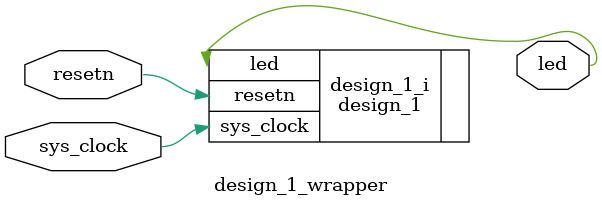
<source format=v>
`timescale 1 ps / 1 ps

module design_1_wrapper
   (led,
    resetn,
    sys_clock);
  output led;
  input resetn;
  input sys_clock;

  wire led;
  wire resetn;
  wire sys_clock;

  design_1 design_1_i
       (.led(led),
        .resetn(resetn),
        .sys_clock(sys_clock));
endmodule

</source>
